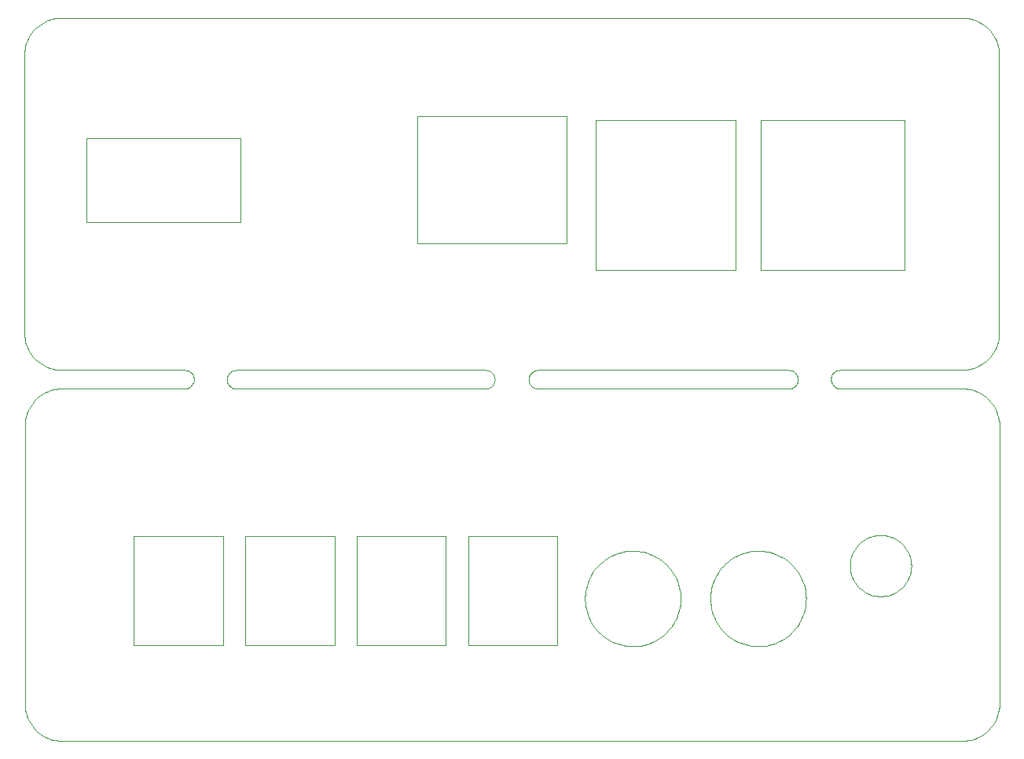
<source format=gko>
%MOIN*%
%OFA0B0*%
%FSLAX36Y36*%
%IPPOS*%
%LPD*%
%ADD10C,0*%
D10*
X000916692Y002202755D02*
X000916692Y002202755D01*
X000263149Y002202755D01*
X000263149Y002561023D01*
X000916692Y002561023D01*
X000916692Y002202755D01*
X003124015Y001998031D02*
X003124015Y001998031D01*
X003124015Y002636614D01*
X003732282Y002636614D01*
X003732282Y001998031D01*
X003124015Y001998031D01*
X002423228Y001998031D02*
X002423228Y001998031D01*
X002423228Y002636614D01*
X003017715Y002636614D01*
X003017715Y001998031D01*
X002423228Y001998031D01*
X001665354Y002112204D02*
X001665354Y002112204D01*
X001665354Y002651574D01*
X002299212Y002651574D01*
X002299212Y002112204D01*
X001665354Y002112204D01*
X002577660Y000401350D02*
X002577660Y000401350D01*
X002565307Y000401916D01*
X002553011Y000403233D01*
X002540818Y000405298D01*
X002528773Y000408102D01*
X002516922Y000411636D01*
X002505309Y000415885D01*
X002493976Y000420835D01*
X002482966Y000426466D01*
X002472319Y000432757D01*
X002462076Y000439687D01*
X002452275Y000447227D01*
X002442951Y000455351D01*
X002434140Y000464029D01*
X002425875Y000473228D01*
X002418186Y000482913D01*
X002411101Y000493049D01*
X002404648Y000503598D01*
X002398849Y000514521D01*
X002393727Y000525777D01*
X002389301Y000537325D01*
X002385588Y000549121D01*
X002382600Y000561121D01*
X002380350Y000573281D01*
X002378845Y000585555D01*
X002378091Y000597899D01*
X002378091Y000610266D01*
X002378845Y000622609D01*
X002380350Y000634884D01*
X002382600Y000647044D01*
X002385588Y000659044D01*
X002389301Y000670840D01*
X002393727Y000682387D01*
X002398849Y000693644D01*
X002404648Y000704566D01*
X002411101Y000715116D01*
X002418186Y000725251D01*
X002425875Y000734937D01*
X002434140Y000744135D01*
X002442951Y000752813D01*
X002452275Y000760937D01*
X002462076Y000768478D01*
X002472319Y000775407D01*
X002482966Y000781699D01*
X002493976Y000787330D01*
X002505309Y000792279D01*
X002516922Y000796529D01*
X002528773Y000800062D01*
X002540818Y000802866D01*
X002553011Y000804931D01*
X002565307Y000806249D01*
X002577660Y000806815D01*
X002590025Y000806626D01*
X002602356Y000805684D01*
X002614606Y000803992D01*
X002626731Y000801556D01*
X002638684Y000798386D01*
X002650421Y000794493D01*
X002661900Y000789891D01*
X002673077Y000784599D01*
X002683910Y000778634D01*
X002694360Y000772021D01*
X002704386Y000764783D01*
X002713954Y000756946D01*
X002723025Y000748542D01*
X002731567Y000739599D01*
X002739548Y000730153D01*
X002746939Y000720238D01*
X002753711Y000709890D01*
X002759840Y000699149D01*
X002765302Y000688054D01*
X002770078Y000676647D01*
X002774150Y000664970D01*
X002777502Y000653067D01*
X002780122Y000640981D01*
X002782001Y000628758D01*
X002783131Y000616443D01*
X002783508Y000604082D01*
X002783131Y000591722D01*
X002782001Y000579407D01*
X002780122Y000567184D01*
X002777502Y000555098D01*
X002774150Y000543194D01*
X002770078Y000531517D01*
X002765302Y000520110D01*
X002759840Y000509016D01*
X002753711Y000498275D01*
X002746939Y000487927D01*
X002739548Y000478012D01*
X002731567Y000468565D01*
X002723025Y000459623D01*
X002713954Y000451218D01*
X002704386Y000443382D01*
X002694360Y000436144D01*
X002683910Y000429530D01*
X002673077Y000423566D01*
X002661900Y000418274D01*
X002650421Y000413672D01*
X002638684Y000409779D01*
X002626731Y000406609D01*
X002614606Y000404173D01*
X002602356Y000402481D01*
X002590025Y000401538D01*
X002577660Y000401350D01*
X003109156Y000401350D02*
X003109156Y000401350D01*
X003096803Y000401916D01*
X003084507Y000403233D01*
X003072314Y000405298D01*
X003060269Y000408102D01*
X003048418Y000411636D01*
X003036805Y000415885D01*
X003025472Y000420835D01*
X003014462Y000426466D01*
X003003815Y000432757D01*
X002993572Y000439687D01*
X002983771Y000447227D01*
X002974448Y000455351D01*
X002965636Y000464029D01*
X002957371Y000473228D01*
X002949682Y000482913D01*
X002942597Y000493049D01*
X002936143Y000503598D01*
X002930345Y000514521D01*
X002925224Y000525777D01*
X002920798Y000537325D01*
X002917084Y000549121D01*
X002914096Y000561121D01*
X002911846Y000573281D01*
X002910341Y000585555D01*
X002909587Y000597899D01*
X002909587Y000610266D01*
X002910341Y000622609D01*
X002911846Y000634884D01*
X002914096Y000647044D01*
X002917084Y000659044D01*
X002920798Y000670840D01*
X002925224Y000682387D01*
X002930345Y000693644D01*
X002936143Y000704566D01*
X002942597Y000715116D01*
X002949682Y000725251D01*
X002957371Y000734937D01*
X002965636Y000744136D01*
X002974448Y000752813D01*
X002983771Y000760937D01*
X002993572Y000768478D01*
X003003815Y000775407D01*
X003014462Y000781699D01*
X003025472Y000787330D01*
X003036805Y000792279D01*
X003048418Y000796529D01*
X003060269Y000800062D01*
X003072314Y000802866D01*
X003084507Y000804931D01*
X003096803Y000806249D01*
X003109156Y000806815D01*
X003121522Y000806626D01*
X003133852Y000805684D01*
X003146102Y000803992D01*
X003158227Y000801556D01*
X003170180Y000798386D01*
X003181917Y000794493D01*
X003193396Y000789891D01*
X003204573Y000784599D01*
X003215406Y000778635D01*
X003225856Y000772021D01*
X003235883Y000764783D01*
X003245450Y000756946D01*
X003254521Y000748542D01*
X003263063Y000739599D01*
X003271044Y000730153D01*
X003278435Y000720238D01*
X003285207Y000709890D01*
X003291336Y000699149D01*
X003296798Y000688054D01*
X003301574Y000676647D01*
X003305646Y000664970D01*
X003308998Y000653067D01*
X003311619Y000640981D01*
X003313497Y000628758D01*
X003314627Y000616443D01*
X003315004Y000604082D01*
X003314627Y000591722D01*
X003313497Y000579407D01*
X003311619Y000567184D01*
X003308998Y000555098D01*
X003305646Y000543194D01*
X003301574Y000531517D01*
X003296798Y000520110D01*
X003291336Y000509016D01*
X003285207Y000498274D01*
X003278435Y000487927D01*
X003271044Y000478012D01*
X003263063Y000468565D01*
X003254521Y000459623D01*
X003245450Y000451218D01*
X003235883Y000443382D01*
X003225856Y000436144D01*
X003215406Y000429530D01*
X003204573Y000423566D01*
X003193396Y000418274D01*
X003181917Y000413672D01*
X003170180Y000409779D01*
X003158227Y000406609D01*
X003146102Y000404173D01*
X003133852Y000402481D01*
X003121522Y000401538D01*
X003109156Y000401350D01*
X000464566Y000405511D02*
X000464566Y000405511D01*
X000464566Y000870078D01*
X000842519Y000870078D01*
X000842519Y000405511D01*
X000464566Y000405511D01*
X000937007Y000405511D02*
X000937007Y000405511D01*
X000937007Y000870078D01*
X001314960Y000870078D01*
X001314960Y000405511D01*
X000937007Y000405511D01*
X001409448Y000405511D02*
X001409448Y000405511D01*
X001409448Y000870078D01*
X001787401Y000870078D01*
X001787401Y000405511D01*
X001409448Y000405511D01*
X001881889Y000405511D02*
X001881889Y000405511D01*
X001881889Y000870078D01*
X002259842Y000870078D01*
X002259842Y000405511D01*
X001881889Y000405511D01*
X003638146Y000614020D02*
X003638146Y000614020D01*
X003625782Y000614020D01*
X003613474Y000615195D01*
X003601334Y000617535D01*
X003589471Y000621018D01*
X003577993Y000625613D01*
X003567003Y000631279D01*
X003556602Y000637963D01*
X003546884Y000645606D01*
X003537936Y000654138D01*
X003529839Y000663481D01*
X003522668Y000673553D01*
X003516486Y000684260D01*
X003511350Y000695507D01*
X003507306Y000707190D01*
X003504391Y000719206D01*
X003502631Y000731444D01*
X003502043Y000743794D01*
X003502631Y000756143D01*
X003504391Y000768381D01*
X003507306Y000780397D01*
X003511350Y000792081D01*
X003516486Y000803327D01*
X003522668Y000814034D01*
X003529839Y000824105D01*
X003537936Y000833450D01*
X003546884Y000841981D01*
X003556602Y000849624D01*
X003567003Y000856309D01*
X003577993Y000861974D01*
X003589471Y000866569D01*
X003601334Y000870053D01*
X003613474Y000872392D01*
X003625782Y000873568D01*
X003638146Y000873568D01*
X003650454Y000872392D01*
X003662594Y000870053D01*
X003674457Y000866569D01*
X003685935Y000861974D01*
X003696925Y000856309D01*
X003707326Y000849624D01*
X003717044Y000841981D01*
X003725992Y000833450D01*
X003734089Y000824105D01*
X003741261Y000814034D01*
X003747443Y000803327D01*
X003752579Y000792081D01*
X003756623Y000780397D01*
X003759538Y000768381D01*
X003761297Y000756143D01*
X003761885Y000743794D01*
X003761297Y000731444D01*
X003759538Y000719206D01*
X003756623Y000707190D01*
X003752579Y000695507D01*
X003747443Y000684260D01*
X003741261Y000673553D01*
X003734089Y000663481D01*
X003725992Y000654138D01*
X003717044Y000645606D01*
X003707326Y000637963D01*
X003696925Y000631279D01*
X003685935Y000625613D01*
X003674457Y000621018D01*
X003662594Y000617535D01*
X003650454Y000615195D01*
X003638146Y000614020D01*
X003238041Y001574803D02*
X003238041Y001574803D01*
X003238171Y001574802D01*
X003238302Y001574802D01*
X003238433Y001574801D01*
X003238563Y001574799D01*
X003238694Y001574797D01*
X003238824Y001574795D01*
X003238955Y001574792D01*
X003239086Y001574789D01*
X003239216Y001574785D01*
X003239347Y001574781D01*
X003239477Y001574776D01*
X003239608Y001574771D01*
X003239738Y001574766D01*
X003239869Y001574760D01*
X003239999Y001574754D01*
X003240130Y001574747D01*
X003240260Y001574740D01*
X003240390Y001574732D01*
X003240521Y001574724D01*
X003240651Y001574716D01*
X003244385Y001574468D01*
X003250370Y001573605D01*
X003256153Y001571835D01*
X003261597Y001569200D01*
X003266573Y001565763D01*
X003270964Y001561604D01*
X003274665Y001556822D01*
X003277591Y001551529D01*
X003279672Y001545851D01*
X003280858Y001539920D01*
X003281123Y001533879D01*
X003280458Y001527867D01*
X003278881Y001522029D01*
X003276429Y001516501D01*
X003273158Y001511414D01*
X003269148Y001506888D01*
X003264491Y001503029D01*
X003259298Y001499929D01*
X003253692Y001497661D01*
X003247804Y001496279D01*
X003241774Y001495814D01*
X002178196Y001495814D01*
X002174438Y001495994D01*
X002170715Y001496532D01*
X002167060Y001497422D01*
X002163507Y001498657D01*
X002160088Y001500226D01*
X002156834Y001502114D01*
X002153775Y001504304D01*
X002150939Y001506775D01*
X002148352Y001509506D01*
X002146038Y001512472D01*
X002144017Y001515645D01*
X002142308Y001518996D01*
X002140927Y001522495D01*
X002139886Y001526110D01*
X002139195Y001529808D01*
X002138860Y001533555D01*
X002138884Y001537317D01*
X002139267Y001541059D01*
X002140005Y001544748D01*
X002141092Y001548349D01*
X002141180Y001548597D01*
X002142059Y001550853D01*
X002143075Y001553050D01*
X002144225Y001555180D01*
X002145503Y001557236D01*
X002146904Y001559209D01*
X002148425Y001561092D01*
X002150058Y001562879D01*
X002151798Y001564562D01*
X002153638Y001566134D01*
X002155572Y001567591D01*
X002157591Y001568926D01*
X002159688Y001570134D01*
X002161856Y001571211D01*
X002164086Y001572153D01*
X002166369Y001572956D01*
X002168698Y001573618D01*
X002171062Y001574135D01*
X002173454Y001574505D01*
X002175865Y001574728D01*
X002178284Y001574803D01*
X003238041Y001574803D01*
X000898230Y001495814D02*
X000898230Y001495814D01*
X000892200Y001496279D01*
X000886313Y001497661D01*
X000880706Y001499929D01*
X000875514Y001503029D01*
X000870857Y001506888D01*
X000866846Y001511414D01*
X000863575Y001516501D01*
X000861123Y001522029D01*
X000859546Y001527867D01*
X000858882Y001533879D01*
X000859146Y001539920D01*
X000860332Y001545851D01*
X000862413Y001551529D01*
X000865339Y001556822D01*
X000869041Y001561604D01*
X000873431Y001565763D01*
X000878407Y001569200D01*
X000883851Y001571835D01*
X000889634Y001573605D01*
X000895619Y001574468D01*
X000899353Y001574716D01*
X000899483Y001574724D01*
X000899614Y001574732D01*
X000899744Y001574740D01*
X000899875Y001574747D01*
X000900005Y001574754D01*
X000900136Y001574760D01*
X000900266Y001574766D01*
X000900397Y001574771D01*
X000900527Y001574776D01*
X000900658Y001574781D01*
X000900788Y001574785D01*
X000900919Y001574789D01*
X000901049Y001574792D01*
X000901180Y001574795D01*
X000901310Y001574797D01*
X000901441Y001574799D01*
X000901572Y001574801D01*
X000901702Y001574802D01*
X000901833Y001574802D01*
X000901964Y001574803D01*
X001955573Y001574803D01*
X001957993Y001574728D01*
X001960403Y001574505D01*
X001962795Y001574135D01*
X001965160Y001573618D01*
X001967488Y001572956D01*
X001969772Y001572153D01*
X001972001Y001571211D01*
X001974169Y001570134D01*
X001976266Y001568926D01*
X001978286Y001567591D01*
X001980219Y001566134D01*
X001982059Y001564562D01*
X001983799Y001562879D01*
X001985432Y001561092D01*
X001986953Y001559209D01*
X001988355Y001557236D01*
X001989633Y001555180D01*
X001990782Y001553050D01*
X001991798Y001550853D01*
X001992677Y001548597D01*
X001992765Y001548349D01*
X001993852Y001544748D01*
X001994591Y001541059D01*
X001994974Y001537317D01*
X001994998Y001533555D01*
X001994663Y001529808D01*
X001993971Y001526110D01*
X001992930Y001522495D01*
X001991549Y001518996D01*
X001989840Y001515645D01*
X001987819Y001512472D01*
X001985505Y001509506D01*
X001982918Y001506775D01*
X001980082Y001504304D01*
X001977023Y001502114D01*
X001973769Y001500226D01*
X001970350Y001498657D01*
X001966797Y001497422D01*
X001963142Y001496532D01*
X001959419Y001495994D01*
X001955661Y001495814D01*
X000898230Y001495814D01*
X000675887Y001574803D02*
X000675887Y001574803D01*
X000676017Y001574802D01*
X000676148Y001574802D01*
X000676278Y001574801D01*
X000676409Y001574799D01*
X000676540Y001574797D01*
X000676670Y001574795D01*
X000676801Y001574792D01*
X000676931Y001574789D01*
X000677062Y001574785D01*
X000677193Y001574781D01*
X000677323Y001574776D01*
X000677454Y001574771D01*
X000677584Y001574766D01*
X000677715Y001574760D01*
X000677845Y001574754D01*
X000677976Y001574747D01*
X000678106Y001574740D01*
X000678236Y001574732D01*
X000678367Y001574724D01*
X000678497Y001574716D01*
X000682231Y001574468D01*
X000688216Y001573605D01*
X000693999Y001571835D01*
X000699443Y001569200D01*
X000704419Y001565763D01*
X000708809Y001561604D01*
X000712511Y001556822D01*
X000715437Y001551529D01*
X000717518Y001545851D01*
X000718704Y001539920D01*
X000718969Y001533879D01*
X000718304Y001527867D01*
X000716727Y001522029D01*
X000714275Y001516501D01*
X000711004Y001511414D01*
X000706993Y001506888D01*
X000702337Y001503029D01*
X000697144Y001499929D01*
X000691537Y001497661D01*
X000685650Y001496279D01*
X000679620Y001495814D01*
X000159492Y001495814D01*
X000147137Y001495329D01*
X000134857Y001493876D01*
X000122729Y001491463D01*
X000110829Y001488107D01*
X000099227Y001483827D01*
X000087998Y001478650D01*
X000077209Y001472608D01*
X000066928Y001465739D01*
X000057217Y001458083D01*
X000048137Y001449690D01*
X000039744Y001440610D01*
X000032088Y001430899D01*
X000025218Y001420618D01*
X000019177Y001409829D01*
X000014000Y001398600D01*
X000009720Y001386998D01*
X000006364Y001375098D01*
X000003951Y001362970D01*
X000002498Y001350690D01*
X000002012Y001338334D01*
X000002012Y001338334D01*
X000002012Y000157232D01*
X000002498Y000144876D01*
X000003951Y000132597D01*
X000006364Y000120469D01*
X000009720Y000108568D01*
X000014000Y000096967D01*
X000019177Y000085737D01*
X000025218Y000074949D01*
X000032088Y000064667D01*
X000039744Y000054957D01*
X000048137Y000045877D01*
X000057217Y000037483D01*
X000066928Y000029828D01*
X000077209Y000022958D01*
X000087998Y000016916D01*
X000099227Y000011739D01*
X000110829Y000007459D01*
X000122729Y000004103D01*
X000134857Y000001690D01*
X000147137Y000000237D01*
X000159493Y-000000247D01*
X000159493Y-000000247D01*
X003978390Y-000000247D01*
X003990746Y000000237D01*
X004003025Y000001690D01*
X004015153Y000004103D01*
X004027054Y000007459D01*
X004038656Y000011739D01*
X004049885Y000016916D01*
X004060674Y000022958D01*
X004070955Y000029828D01*
X004080666Y000037483D01*
X004089745Y000045877D01*
X004098139Y000054957D01*
X004105795Y000064667D01*
X004112665Y000074949D01*
X004118706Y000085737D01*
X004123883Y000096967D01*
X004128163Y000108568D01*
X004131519Y000120469D01*
X004133932Y000132597D01*
X004135385Y000144876D01*
X004135870Y000157232D01*
X004135870Y001338335D01*
X004135385Y001350690D01*
X004133932Y001362970D01*
X004131519Y001375098D01*
X004128163Y001386998D01*
X004123883Y001398600D01*
X004118706Y001409829D01*
X004112664Y001420618D01*
X004105795Y001430899D01*
X004098139Y001440610D01*
X004089745Y001449690D01*
X004080665Y001458083D01*
X004070955Y001465739D01*
X004060674Y001472609D01*
X004049885Y001478650D01*
X004038656Y001483827D01*
X004027054Y001488107D01*
X004015153Y001491463D01*
X004003025Y001493876D01*
X003990746Y001495329D01*
X003978390Y001495814D01*
X003460384Y001495814D01*
X003454354Y001496279D01*
X003448467Y001497661D01*
X003442860Y001499929D01*
X003437668Y001503029D01*
X003433011Y001506888D01*
X003429000Y001511414D01*
X003425730Y001516501D01*
X003423277Y001522029D01*
X003421700Y001527867D01*
X003421036Y001533879D01*
X003421300Y001539920D01*
X003422486Y001545851D01*
X003424567Y001551529D01*
X003427493Y001556822D01*
X003431195Y001561604D01*
X003435586Y001565763D01*
X003440561Y001569200D01*
X003446005Y001571835D01*
X003451788Y001573605D01*
X003457774Y001574468D01*
X003461507Y001574716D01*
X003461638Y001574724D01*
X003461768Y001574732D01*
X003461898Y001574740D01*
X003462029Y001574747D01*
X003462159Y001574754D01*
X003462290Y001574760D01*
X003462420Y001574766D01*
X003462551Y001574771D01*
X003462681Y001574776D01*
X003462812Y001574781D01*
X003462942Y001574785D01*
X003463073Y001574789D01*
X003463203Y001574792D01*
X003463334Y001574795D01*
X003463465Y001574797D01*
X003463595Y001574799D01*
X003463726Y001574801D01*
X003463856Y001574802D01*
X003463987Y001574802D01*
X003464118Y001574803D01*
X003976377Y001574803D01*
X003988733Y001575288D01*
X004001013Y001576741D01*
X004013140Y001579154D01*
X004025041Y001582510D01*
X004036642Y001586790D01*
X004047872Y001591967D01*
X004058660Y001598009D01*
X004068942Y001604879D01*
X004078653Y001612534D01*
X004087733Y001620927D01*
X004096126Y001630007D01*
X004103781Y001639718D01*
X004110651Y001649999D01*
X004116693Y001660788D01*
X004121870Y001672018D01*
X004126150Y001683619D01*
X004129506Y001695520D01*
X004131919Y001707648D01*
X004133372Y001719927D01*
X004133857Y001732283D01*
X004133858Y002913385D01*
X004133372Y002925741D01*
X004131919Y002938020D01*
X004129506Y002950148D01*
X004126150Y002962049D01*
X004121870Y002973650D01*
X004116693Y002984880D01*
X004110651Y002995668D01*
X004103781Y003005950D01*
X004096126Y003015661D01*
X004087733Y003024740D01*
X004078653Y003033134D01*
X004068942Y003040789D01*
X004058660Y003047659D01*
X004047872Y003053701D01*
X004036642Y003058878D01*
X004025041Y003063158D01*
X004013140Y003066514D01*
X004001013Y003068927D01*
X003988733Y003070380D01*
X003976377Y003070866D01*
X000157480Y003070866D01*
X000145124Y003070380D01*
X000132844Y003068927D01*
X000120716Y003066514D01*
X000108816Y003063158D01*
X000097214Y003058878D01*
X000085985Y003053701D01*
X000075196Y003047659D01*
X000064915Y003040789D01*
X000055204Y003033134D01*
X000046124Y003024740D01*
X000037731Y003015661D01*
X000030075Y003005950D01*
X000023206Y002995668D01*
X000017164Y002984880D01*
X000011987Y002973650D01*
X000007707Y002962049D01*
X000004351Y002950148D01*
X000001938Y002938020D01*
X000000485Y002925741D01*
X000000000Y002913385D01*
X000000000Y001732283D01*
X000000485Y001719927D01*
X000001938Y001707648D01*
X000004351Y001695520D01*
X000007707Y001683619D01*
X000011987Y001672018D01*
X000017164Y001660788D01*
X000023205Y001649999D01*
X000030075Y001639718D01*
X000037731Y001630007D01*
X000046124Y001620927D01*
X000055204Y001612534D01*
X000064915Y001604879D01*
X000075196Y001598009D01*
X000085985Y001591967D01*
X000097214Y001586790D01*
X000108816Y001582510D01*
X000120716Y001579154D01*
X000132844Y001576741D01*
X000145124Y001575288D01*
X000157480Y001574803D01*
X000675887Y001574803D01*
M02*
</source>
